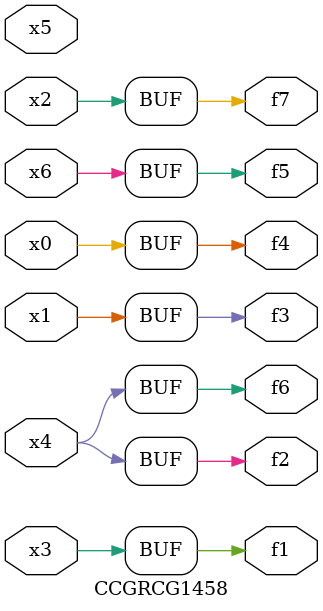
<source format=v>
module CCGRCG1458(
	input x0, x1, x2, x3, x4, x5, x6,
	output f1, f2, f3, f4, f5, f6, f7
);
	assign f1 = x3;
	assign f2 = x4;
	assign f3 = x1;
	assign f4 = x0;
	assign f5 = x6;
	assign f6 = x4;
	assign f7 = x2;
endmodule

</source>
